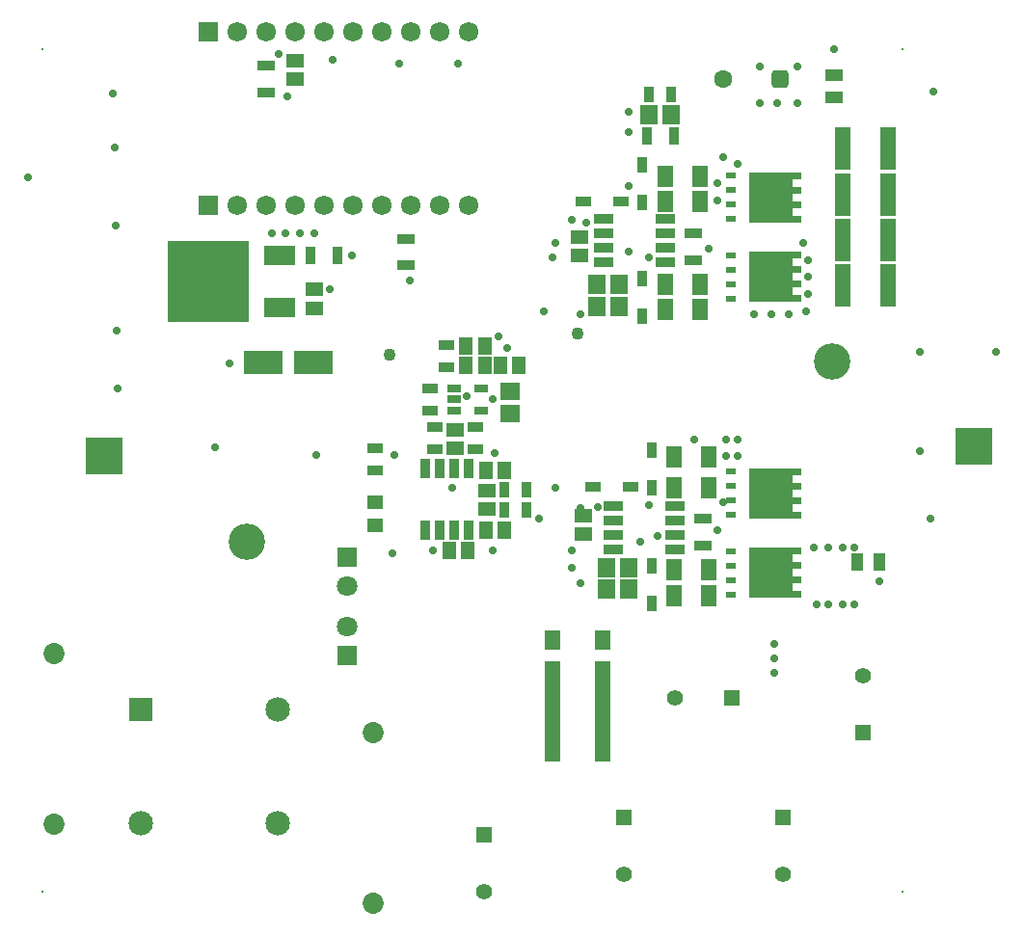
<source format=gts>
G04*
G04 #@! TF.GenerationSoftware,Altium Limited,Altium Designer,21.6.4 (81)*
G04*
G04 Layer_Color=8388736*
%FSLAX44Y44*%
%MOMM*%
G71*
G04*
G04 #@! TF.SameCoordinates,D26747ED-23D3-466A-99B4-63F3962E0784*
G04*
G04*
G04 #@! TF.FilePolarity,Negative*
G04*
G01*
G75*
%ADD20R,1.4500X0.9500*%
%ADD24R,1.5562X0.9562*%
%ADD26R,0.9562X1.5562*%
%ADD31R,0.9500X1.4500*%
%ADD37R,1.3561X1.8582*%
%ADD42R,1.4032X1.3032*%
%ADD43R,1.4032X1.8032*%
%ADD44R,1.4032X8.9032*%
%ADD45R,1.4532X0.9532*%
%ADD46R,1.5932X1.1632*%
%ADD47R,1.7532X1.5532*%
%ADD48R,3.5032X2.0032*%
%ADD49R,1.1632X1.5932*%
%ADD50R,1.3032X0.8032*%
%ADD51R,0.8532X1.7282*%
%ADD52R,7.2032X7.2032*%
%ADD53R,2.7032X1.7032*%
%ADD54R,1.5532X1.7532*%
%ADD55R,0.9532X1.4532*%
%ADD56R,1.7282X0.8532*%
%ADD57R,0.8500X0.5000*%
%ADD58R,1.5032X1.1032*%
%ADD59R,1.4532X3.7232*%
%ADD60R,1.1032X1.5032*%
%ADD61C,1.8032*%
%ADD62R,1.8032X1.8032*%
%ADD63C,3.2032*%
%ADD64R,3.2032X3.2032*%
%ADD65C,1.7232*%
%ADD66R,1.7232X1.7232*%
%ADD67C,0.2000*%
%ADD68R,1.4032X1.4032*%
%ADD69C,1.4032*%
G04:AMPARAMS|DCode=70|XSize=1.6032mm|YSize=1.6032mm|CornerRadius=0.4516mm|HoleSize=0mm|Usage=FLASHONLY|Rotation=0.000|XOffset=0mm|YOffset=0mm|HoleType=Round|Shape=RoundedRectangle|*
%AMROUNDEDRECTD70*
21,1,1.6032,0.7000,0,0,0.0*
21,1,0.7000,1.6032,0,0,0.0*
1,1,0.9032,0.3500,-0.3500*
1,1,0.9032,-0.3500,-0.3500*
1,1,0.9032,-0.3500,0.3500*
1,1,0.9032,0.3500,0.3500*
%
%ADD70ROUNDEDRECTD70*%
%ADD71C,1.6032*%
%ADD72R,2.1532X2.1532*%
%ADD73C,2.1532*%
%ADD74C,1.8532*%
%ADD75R,1.4032X1.4032*%
%ADD76C,0.7016*%
%ADD77C,1.1016*%
%ADD78C,0.7000*%
%ADD79C,0.8032*%
G36*
X696250Y332050D02*
X650750D01*
Y287950D01*
X696250D01*
Y293950D01*
X688250D01*
Y300650D01*
X696250D01*
Y306650D01*
X688250D01*
Y313350D01*
X696250D01*
Y319350D01*
X688250D01*
Y326050D01*
X696250D01*
Y332050D01*
D02*
G37*
G36*
Y402050D02*
X650750D01*
Y357950D01*
X696250D01*
Y363950D01*
X688250D01*
Y370650D01*
X696250D01*
Y376650D01*
X688250D01*
Y383350D01*
X696250D01*
Y389350D01*
X688250D01*
Y396050D01*
X696250D01*
Y402050D01*
D02*
G37*
G36*
Y592050D02*
X650750D01*
Y547950D01*
X696250D01*
Y553950D01*
X688250D01*
Y560650D01*
X696250D01*
Y566650D01*
X688250D01*
Y573350D01*
X696250D01*
Y579350D01*
X688250D01*
Y586050D01*
X696250D01*
Y592050D01*
D02*
G37*
G36*
Y662050D02*
X650750D01*
Y617950D01*
X696250D01*
Y623950D01*
X688250D01*
Y630650D01*
X696250D01*
Y636650D01*
X688250D01*
Y643350D01*
X696250D01*
Y649350D01*
X688250D01*
Y656050D01*
X696250D01*
Y662050D01*
D02*
G37*
D20*
X322000Y419750D02*
D03*
Y400250D02*
D03*
X385000Y510250D02*
D03*
Y490750D02*
D03*
X370000Y472250D02*
D03*
Y452750D02*
D03*
X374000Y438250D02*
D03*
Y418750D02*
D03*
X410000Y438250D02*
D03*
Y418750D02*
D03*
D24*
X226000Y755750D02*
D03*
Y732250D02*
D03*
X349000Y603526D02*
D03*
Y580027D02*
D03*
X601666Y608427D02*
D03*
Y584926D02*
D03*
X610000Y357750D02*
D03*
Y334250D02*
D03*
D26*
X288750Y589250D02*
D03*
X265250D02*
D03*
X584587Y694000D02*
D03*
X561087D02*
D03*
D31*
X435250Y383500D02*
D03*
X454750D02*
D03*
X435250Y365500D02*
D03*
X454750D02*
D03*
X562750Y730000D02*
D03*
X582250D02*
D03*
D37*
X576405Y658677D02*
D03*
X606927D02*
D03*
X576405Y636676D02*
D03*
X606927D02*
D03*
X576405Y563676D02*
D03*
X606927D02*
D03*
X576405Y541676D02*
D03*
X606927D02*
D03*
X615261Y412000D02*
D03*
X584739D02*
D03*
X615261Y385000D02*
D03*
X584739D02*
D03*
Y312500D02*
D03*
X615261D02*
D03*
X584739Y290000D02*
D03*
X615261D02*
D03*
D42*
X322000Y351500D02*
D03*
Y372500D02*
D03*
D43*
X478000Y251250D02*
D03*
X522000D02*
D03*
D44*
Y188750D02*
D03*
X478000D02*
D03*
D45*
X505166Y636676D02*
D03*
X538166D02*
D03*
X513500Y386000D02*
D03*
X546500D02*
D03*
D46*
X252000Y760100D02*
D03*
Y743900D02*
D03*
X268350Y542650D02*
D03*
Y558850D02*
D03*
X392000Y419400D02*
D03*
Y435600D02*
D03*
X420000Y382600D02*
D03*
Y366400D02*
D03*
X501666Y604776D02*
D03*
Y588576D02*
D03*
X505000Y360100D02*
D03*
Y343900D02*
D03*
D47*
X440443Y449707D02*
D03*
Y469207D02*
D03*
D48*
X267750Y494835D02*
D03*
X223750D02*
D03*
D49*
X418100Y509500D02*
D03*
X401900D02*
D03*
Y492500D02*
D03*
X418100D02*
D03*
X435100Y400500D02*
D03*
X418900D02*
D03*
X403100Y329500D02*
D03*
X386900D02*
D03*
X435100Y347500D02*
D03*
X418900D02*
D03*
X448100Y492500D02*
D03*
X431900D02*
D03*
D50*
X415000Y472000D02*
D03*
Y453000D02*
D03*
X391000D02*
D03*
Y462500D02*
D03*
Y472000D02*
D03*
D51*
X404050Y402120D02*
D03*
X391350D02*
D03*
X378650D02*
D03*
X365950D02*
D03*
Y347880D02*
D03*
X378650D02*
D03*
X391350D02*
D03*
X404050D02*
D03*
D52*
X175718Y566144D02*
D03*
D53*
X238218Y589144D02*
D03*
Y543144D02*
D03*
D54*
X562750Y712390D02*
D03*
X582250D02*
D03*
X516916Y563676D02*
D03*
X536416D02*
D03*
X516916Y543676D02*
D03*
X536416D02*
D03*
X525250Y296000D02*
D03*
X544750D02*
D03*
X525250Y315000D02*
D03*
X544750D02*
D03*
D55*
X556666Y668176D02*
D03*
Y635177D02*
D03*
Y535177D02*
D03*
Y568176D02*
D03*
X565000Y283500D02*
D03*
Y316500D02*
D03*
Y417500D02*
D03*
Y384500D02*
D03*
D56*
X522546Y620726D02*
D03*
Y608026D02*
D03*
Y595326D02*
D03*
Y582626D02*
D03*
X576786D02*
D03*
Y595326D02*
D03*
Y608026D02*
D03*
Y620726D02*
D03*
X530880Y369050D02*
D03*
Y356350D02*
D03*
Y343650D02*
D03*
Y330950D02*
D03*
X585120D02*
D03*
Y343650D02*
D03*
Y356350D02*
D03*
Y369050D02*
D03*
D57*
X634000Y290950D02*
D03*
Y303650D02*
D03*
Y316350D02*
D03*
Y329050D02*
D03*
Y550950D02*
D03*
Y563650D02*
D03*
Y576350D02*
D03*
Y589050D02*
D03*
Y360950D02*
D03*
Y373650D02*
D03*
Y386350D02*
D03*
Y399050D02*
D03*
Y620950D02*
D03*
Y633650D02*
D03*
Y646350D02*
D03*
Y659050D02*
D03*
D58*
X725000Y728000D02*
D03*
Y747000D02*
D03*
D59*
X732700Y682500D02*
D03*
X772300D02*
D03*
X732700Y642500D02*
D03*
X772300D02*
D03*
X732700Y602500D02*
D03*
X772300D02*
D03*
X732700Y562500D02*
D03*
X772300D02*
D03*
D60*
X745500Y320000D02*
D03*
X764500D02*
D03*
D61*
X297243Y298143D02*
D03*
X297500Y262700D02*
D03*
D62*
X297243Y323543D02*
D03*
X297500Y237300D02*
D03*
D63*
X209000Y337793D02*
D03*
X723043Y495857D02*
D03*
D64*
X84000Y412793D02*
D03*
X848043Y420857D02*
D03*
D65*
X328100Y785000D02*
D03*
X226500D02*
D03*
X201100D02*
D03*
X251900D02*
D03*
X277300D02*
D03*
X302700D02*
D03*
X353500D02*
D03*
X378900D02*
D03*
X404300D02*
D03*
X328100Y632600D02*
D03*
X226500D02*
D03*
X201100D02*
D03*
X251900D02*
D03*
X277300D02*
D03*
X302700D02*
D03*
X353500D02*
D03*
X378900D02*
D03*
X404300D02*
D03*
D66*
X175700Y785000D02*
D03*
Y632600D02*
D03*
D67*
X30000Y770000D02*
D03*
Y30000D02*
D03*
X785000Y770000D02*
D03*
Y30000D02*
D03*
D68*
X635000Y200000D02*
D03*
D69*
X585000D02*
D03*
X680000Y45000D02*
D03*
X540000D02*
D03*
X418000Y30000D02*
D03*
X750000Y220000D02*
D03*
D70*
X677661Y743785D02*
D03*
D71*
X627661D02*
D03*
D72*
X116000Y190000D02*
D03*
D73*
Y90000D02*
D03*
X236000D02*
D03*
Y190000D02*
D03*
D74*
X40000Y239042D02*
D03*
Y89043D02*
D03*
X320000Y170000D02*
D03*
Y20000D02*
D03*
D75*
X680000Y95000D02*
D03*
X540000D02*
D03*
X418000Y80000D02*
D03*
X750000Y170000D02*
D03*
D76*
X867000Y504000D02*
D03*
X161000Y578000D02*
D03*
X190000Y579000D02*
D03*
X204000Y564000D02*
D03*
X176000Y565000D02*
D03*
X146000D02*
D03*
X190000Y554000D02*
D03*
X161000D02*
D03*
X204000Y538000D02*
D03*
X176000D02*
D03*
X147000D02*
D03*
X194000Y494000D02*
D03*
X337000Y327000D02*
D03*
X339000Y414000D02*
D03*
X270000D02*
D03*
X181000Y420000D02*
D03*
X96000Y472000D02*
D03*
X95000Y523000D02*
D03*
X94000Y615000D02*
D03*
X93000Y684000D02*
D03*
X92000Y731000D02*
D03*
X502500Y537500D02*
D03*
X470000Y540000D02*
D03*
X237000Y766000D02*
D03*
X285000Y761000D02*
D03*
X245000Y729000D02*
D03*
X282000Y559000D02*
D03*
X302000Y589000D02*
D03*
X205000Y595000D02*
D03*
X176000D02*
D03*
X146000D02*
D03*
X269000Y608000D02*
D03*
X256000D02*
D03*
X243000D02*
D03*
X231000D02*
D03*
X342980Y757500D02*
D03*
X352000Y567000D02*
D03*
X800000Y417000D02*
D03*
Y504000D02*
D03*
X810000Y357500D02*
D03*
X812500Y732500D02*
D03*
X17500Y657500D02*
D03*
X507499Y617499D02*
D03*
X545000Y592500D02*
D03*
Y650000D02*
D03*
X466012Y357500D02*
D03*
X615000Y595000D02*
D03*
X622500Y347500D02*
D03*
X555000Y337500D02*
D03*
X425000Y462500D02*
D03*
Y330000D02*
D03*
X640000Y427500D02*
D03*
X630000D02*
D03*
X545000Y697500D02*
D03*
Y715000D02*
D03*
X765000Y302500D02*
D03*
X480000Y385000D02*
D03*
X725000Y770000D02*
D03*
X562500Y587500D02*
D03*
X395000Y757500D02*
D03*
X477500Y587500D02*
D03*
X602500Y427500D02*
D03*
X562500Y370000D02*
D03*
X570000Y342500D02*
D03*
X502500Y301063D02*
D03*
X495000Y330000D02*
D03*
Y315000D02*
D03*
X427230Y415270D02*
D03*
X430000Y517500D02*
D03*
X437500Y507500D02*
D03*
X372750Y329750D02*
D03*
X502515Y367197D02*
D03*
X517500Y367500D02*
D03*
X390000Y385000D02*
D03*
X480000Y600000D02*
D03*
X495000Y620000D02*
D03*
X402500Y465000D02*
D03*
X640000Y669433D02*
D03*
X627500Y372500D02*
D03*
X640000Y412500D02*
D03*
X630000D02*
D03*
X622500Y637500D02*
D03*
Y652500D02*
D03*
X627500Y675000D02*
D03*
X742500Y332500D02*
D03*
X732500D02*
D03*
X720000D02*
D03*
X707500D02*
D03*
X742500Y282500D02*
D03*
X732500D02*
D03*
X720000D02*
D03*
X710000D02*
D03*
X692500Y755000D02*
D03*
X660000D02*
D03*
X692500Y722500D02*
D03*
X675000D02*
D03*
X660000D02*
D03*
X672500Y222500D02*
D03*
Y235000D02*
D03*
Y247500D02*
D03*
X702500Y585000D02*
D03*
Y570000D02*
D03*
Y555000D02*
D03*
X655000Y537500D02*
D03*
X670000D02*
D03*
X685000D02*
D03*
X700000Y540000D02*
D03*
X697500Y600000D02*
D03*
X655000Y310000D02*
D03*
Y292000D02*
D03*
X664000D02*
D03*
X673000D02*
D03*
X682000D02*
D03*
Y301000D02*
D03*
X673000D02*
D03*
X664000D02*
D03*
Y310000D02*
D03*
X673000D02*
D03*
X682000D02*
D03*
Y319000D02*
D03*
X673000D02*
D03*
X664000D02*
D03*
Y328000D02*
D03*
X673000D02*
D03*
X682000D02*
D03*
X655000Y301000D02*
D03*
Y570000D02*
D03*
Y552000D02*
D03*
X664000D02*
D03*
X673000D02*
D03*
X682000D02*
D03*
Y561000D02*
D03*
X673000D02*
D03*
X664000D02*
D03*
Y570000D02*
D03*
X673000D02*
D03*
X682000D02*
D03*
Y579000D02*
D03*
X673000D02*
D03*
X664000D02*
D03*
Y588000D02*
D03*
X673000D02*
D03*
X682000D02*
D03*
X655000Y561000D02*
D03*
Y380000D02*
D03*
Y362000D02*
D03*
X664000D02*
D03*
X673000D02*
D03*
X682000D02*
D03*
Y371000D02*
D03*
X673000D02*
D03*
X664000D02*
D03*
Y380000D02*
D03*
X673000D02*
D03*
X682000D02*
D03*
Y389000D02*
D03*
X673000D02*
D03*
X664000D02*
D03*
Y398000D02*
D03*
X673000D02*
D03*
X682000D02*
D03*
X655000Y371000D02*
D03*
Y640000D02*
D03*
Y622000D02*
D03*
X664000D02*
D03*
X673000D02*
D03*
X682000D02*
D03*
Y631000D02*
D03*
X673000D02*
D03*
X664000D02*
D03*
Y640000D02*
D03*
X673000D02*
D03*
X682000D02*
D03*
Y649000D02*
D03*
X673000D02*
D03*
X664000D02*
D03*
Y658000D02*
D03*
X673000D02*
D03*
X682000D02*
D03*
X655000Y631000D02*
D03*
D77*
X334598Y502098D02*
D03*
X500000Y520000D02*
D03*
D78*
X655000Y328000D02*
D03*
Y588000D02*
D03*
Y398000D02*
D03*
Y658000D02*
D03*
D79*
Y319000D02*
D03*
Y579000D02*
D03*
Y389000D02*
D03*
Y649000D02*
D03*
M02*

</source>
